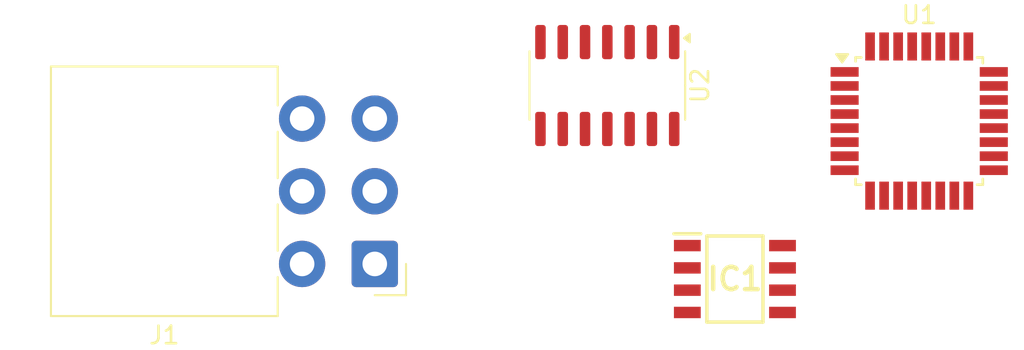
<source format=kicad_pcb>
(kicad_pcb (version 20240108) (generator "pcbnew") (generator_version "8.0")
  (layers (0 "F.Cu" signal) (31 "B.Cu" signal) (34 "B.Paste" user) (35 "F.Paste" user) (36 "B.SilkS" user "B.Silkscreen") (37 "F.SilkS" user "F.Silkscreen") (38 "B.Mask" user) (39 "F.Mask" user) (44 "Edge.Cuts" user))
  (net 0 "")
  (footprint "Package_QFP:TQFP-32_7x7mm_P0.8mm" (layer "F.Cu") (at 65 19.5)
    (property "Reference" "U1" (at 0 -6.05 0) (layer "F.SilkS"))
    (property "Value" "ATmega16M1-A")
    (fp_line (start -3.625 -3.625) (end -3.625 -3.4) (stroke (width 0.15)) (layer "F.SilkS"))
    (fp_line (start -3.625 -3.625) (end -3.3 -3.625) (stroke (width 0.15)) (layer "F.SilkS"))
    (fp_line (start -3.625 3.625) (end -3.625 3.3) (stroke (width 0.15)) (layer "F.SilkS"))
    (fp_line (start -3.625 3.625) (end -3.3 3.625) (stroke (width 0.15)) (layer "F.SilkS"))
    (fp_line (start 3.625 -3.625) (end 3.3 -3.625) (stroke (width 0.15)) (layer "F.SilkS"))
    (fp_line (start 3.625 -3.625) (end 3.625 -3.3) (stroke (width 0.15)) (layer "F.SilkS"))
    (fp_line (start 3.625 3.625) (end 3.3 3.625) (stroke (width 0.15)) (layer "F.SilkS"))
    (fp_line (start 3.625 3.625) (end 3.625 3.3) (stroke (width 0.15)) (layer "F.SilkS"))
    (fp_poly (pts (xy -4.39 -3.34) (xy -4.73 -3.81) (xy -4.05 -3.81) (xy -4.39 -3.34)) (stroke (width 0.12)) (fill solid) (layer "F.SilkS"))
    (pad "1" smd rect (at -4.25 -2.8) (size 1.6 0.55) (layers "F.Cu" "F.Paste" "F.Mask"))
    (pad "2" smd rect (at -4.25 -2) (size 1.6 0.55) (layers "F.Cu" "F.Paste" "F.Mask"))
    (pad "3" smd rect (at -4.25 -1.2) (size 1.6 0.55) (layers "F.Cu" "F.Paste" "F.Mask"))
    (pad "4" smd rect (at -4.25 -0.4) (size 1.6 0.55) (layers "F.Cu" "F.Paste" "F.Mask"))
    (pad "5" smd rect (at -4.25 0.4) (size 1.6 0.55) (layers "F.Cu" "F.Paste" "F.Mask"))
    (pad "6" smd rect (at -4.25 1.2) (size 1.6 0.55) (layers "F.Cu" "F.Paste" "F.Mask"))
    (pad "7" smd rect (at -4.25 2) (size 1.6 0.55) (layers "F.Cu" "F.Paste" "F.Mask"))
    (pad "8" smd rect (at -4.25 2.8) (size 1.6 0.55) (layers "F.Cu" "F.Paste" "F.Mask"))
    (pad "9" smd rect (at -2.8 4.25 90) (size 1.6 0.55) (layers "F.Cu" "F.Paste" "F.Mask"))
    (pad "10" smd rect (at -2 4.25 90) (size 1.6 0.55) (layers "F.Cu" "F.Paste" "F.Mask"))
    (pad "11" smd rect (at -1.2 4.25 90) (size 1.6 0.55) (layers "F.Cu" "F.Paste" "F.Mask"))
    (pad "12" smd rect (at -0.4 4.25 90) (size 1.6 0.55) (layers "F.Cu" "F.Paste" "F.Mask"))
    (pad "13" smd rect (at 0.4 4.25 90) (size 1.6 0.55) (layers "F.Cu" "F.Paste" "F.Mask"))
    (pad "14" smd rect (at 1.2 4.25 90) (size 1.6 0.55) (layers "F.Cu" "F.Paste" "F.Mask"))
    (pad "15" smd rect (at 2 4.25 90) (size 1.6 0.55) (layers "F.Cu" "F.Paste" "F.Mask"))
    (pad "16" smd rect (at 2.8 4.25 90) (size 1.6 0.55) (layers "F.Cu" "F.Paste" "F.Mask"))
    (pad "17" smd rect (at 4.25 2.8) (size 1.6 0.55) (layers "F.Cu" "F.Paste" "F.Mask"))
    (pad "18" smd rect (at 4.25 2) (size 1.6 0.55) (layers "F.Cu" "F.Paste" "F.Mask"))
    (pad "19" smd rect (at 4.25 1.2) (size 1.6 0.55) (layers "F.Cu" "F.Paste" "F.Mask"))
    (pad "20" smd rect (at 4.25 0.4) (size 1.6 0.55) (layers "F.Cu" "F.Paste" "F.Mask"))
    (pad "21" smd rect (at 4.25 -0.4) (size 1.6 0.55) (layers "F.Cu" "F.Paste" "F.Mask"))
    (pad "22" smd rect (at 4.25 -1.2) (size 1.6 0.55) (layers "F.Cu" "F.Paste" "F.Mask"))
    (pad "23" smd rect (at 4.25 -2) (size 1.6 0.55) (layers "F.Cu" "F.Paste" "F.Mask"))
    (pad "24" smd rect (at 4.25 -2.8) (size 1.6 0.55) (layers "F.Cu" "F.Paste" "F.Mask"))
    (pad "25" smd rect (at 2.8 -4.25 90) (size 1.6 0.55) (layers "F.Cu" "F.Paste" "F.Mask"))
    (pad "26" smd rect (at 2 -4.25 90) (size 1.6 0.55) (layers "F.Cu" "F.Paste" "F.Mask"))
    (pad "27" smd rect (at 1.2 -4.25 90) (size 1.6 0.55) (layers "F.Cu" "F.Paste" "F.Mask"))
    (pad "28" smd rect (at 0.4 -4.25 90) (size 1.6 0.55) (layers "F.Cu" "F.Paste" "F.Mask"))
    (pad "29" smd rect (at -0.4 -4.25 90) (size 1.6 0.55) (layers "F.Cu" "F.Paste" "F.Mask"))
    (pad "30" smd rect (at -1.2 -4.25 90) (size 1.6 0.55) (layers "F.Cu" "F.Paste" "F.Mask"))
    (pad "31" smd rect (at -2 -4.25 90) (size 1.6 0.55) (layers "F.Cu" "F.Paste" "F.Mask"))
    (pad "32" smd rect (at -2.8 -4.25 90) (size 1.6 0.55) (layers "F.Cu" "F.Paste" "F.Mask"))
  )
  (footprint "KiCad:SOIC127P600X175-8N" (layer "F.Cu") (at 54.5 28.5)
    (property "Reference" "IC1" (at 0 0 0) (layer "F.SilkS") (effects (font (size 1.27 1.27) (thickness 0.254))))
    (property "Value" "LM2931CM" (hide yes))
    (fp_line (start -3.475 -2.58) (end -1.948 -2.58) (stroke (width 0.2)) (layer "F.SilkS"))
    (fp_line (start -1.598 -2.452) (end 1.598 -2.452) (stroke (width 0.2)) (layer "F.SilkS"))
    (fp_line (start -1.598 2.452) (end -1.598 -2.452) (stroke (width 0.2)) (layer "F.SilkS"))
    (fp_line (start 1.598 -2.452) (end 1.598 2.452) (stroke (width 0.2)) (layer "F.SilkS"))
    (fp_line (start 1.598 2.452) (end -1.598 2.452) (stroke (width 0.2)) (layer "F.SilkS"))
    (pad "1" smd rect (at -2.711 -1.905 90) (size 0.65 1.528) (layers "F.Cu" "F.Paste" "F.Mask"))
    (pad "2" smd rect (at -2.711 -0.635 90) (size 0.65 1.528) (layers "F.Cu" "F.Paste" "F.Mask"))
    (pad "3" smd rect (at -2.711 0.635 90) (size 0.65 1.528) (layers "F.Cu" "F.Paste" "F.Mask"))
    (pad "4" smd rect (at -2.711 1.905 90) (size 0.65 1.528) (layers "F.Cu" "F.Paste" "F.Mask"))
    (pad "5" smd rect (at 2.711 1.905 90) (size 0.65 1.528) (layers "F.Cu" "F.Paste" "F.Mask"))
    (pad "6" smd rect (at 2.711 0.635 90) (size 0.65 1.528) (layers "F.Cu" "F.Paste" "F.Mask"))
    (pad "7" smd rect (at 2.711 -0.635 90) (size 0.65 1.528) (layers "F.Cu" "F.Paste" "F.Mask"))
    (pad "8" smd rect (at 2.711 -1.905 90) (size 0.65 1.528) (layers "F.Cu" "F.Paste" "F.Mask"))
  )
  (footprint "Connector_TE-Connectivity:TE_MATE-N-LOK_1-770969-x_2x03_P4.14mm_Horizontal" (layer "F.Cu") (at 33.98 27.64 180)
    (property "Reference" "J1" (at 11.99 -4.06 180) (layer "F.SilkS"))
    (property "Value" "Conn_02x03_Top_Bottom")
    (fp_line (start 18.45 11.25) (end 5.53 11.25) (stroke (width 0.12)) (layer "F.SilkS"))
    (fp_line (start 18.45 -2.97) (end 18.45 11.25) (stroke (width 0.12)) (layer "F.SilkS"))
    (fp_line (start 5.53 11.25) (end 5.53 9.031199) (stroke (width 0.12)) (layer "F.SilkS"))
    (fp_line (start 5.53 4.891199) (end 5.53 7.528801) (stroke (width 0.12)) (layer "F.SilkS"))
    (fp_line (start 5.53 0.751199) (end 5.53 3.388801) (stroke (width 0.12)) (layer "F.SilkS"))
    (fp_line (start 5.53 -0.751199) (end 5.53 -2.97) (stroke (width 0.12)) (layer "F.SilkS"))
    (fp_line (start 5.53 -2.97) (end 18.45 -2.97) (stroke (width 0.12)) (layer "F.SilkS"))
    (fp_line (start 0 -1.78) (end -1.78 -1.78) (stroke (width 0.12)) (layer "F.SilkS"))
    (fp_line (start -1.78 -1.78) (end -1.78 0) (stroke (width 0.12)) (layer "F.SilkS"))
    (pad "" np_thru_hole circle (at 11.48 4.14 180) (size 3.86 3.86) (drill 3.86) (layers "*.Cu" "*.Mask"))
    (pad "1" thru_hole roundrect (at 0 0 180) (size 2.64 2.64) (drill 1.4) (layers "*.Cu" "*.Mask") (roundrect_rratio 0.094697))
    (pad "2" thru_hole circle (at 0 4.14 180) (size 2.64 2.64) (drill 1.4) (layers "*.Cu" "*.Mask"))
    (pad "3" thru_hole circle (at 0 8.28 180) (size 2.64 2.64) (drill 1.4) (layers "*.Cu" "*.Mask"))
    (pad "4" thru_hole circle (at 4.14 0 180) (size 2.64 2.64) (drill 1.4) (layers "*.Cu" "*.Mask"))
    (pad "5" thru_hole circle (at 4.14 4.14 180) (size 2.64 2.64) (drill 1.4) (layers "*.Cu" "*.Mask"))
    (pad "6" thru_hole circle (at 4.14 8.28 180) (size 2.64 2.64) (drill 1.4) (layers "*.Cu" "*.Mask"))
  )
  (footprint "Package_SO:SOIC-14_3.9x8.7mm_P1.27mm" (layer "F.Cu") (at 47.23 17.475 -90)
    (property "Reference" "U2" (at 0 -5.28 90) (layer "F.SilkS"))
    (property "Value" "TJA1043T")
    (fp_line (start 0 4.435) (end -1.95 4.435) (stroke (width 0.12)) (layer "F.SilkS"))
    (fp_line (start 0 4.435) (end 1.95 4.435) (stroke (width 0.12)) (layer "F.SilkS"))
    (fp_line (start 0 -4.435) (end -1.95 -4.435) (stroke (width 0.12)) (layer "F.SilkS"))
    (fp_line (start 0 -4.435) (end 1.95 -4.435) (stroke (width 0.12)) (layer "F.SilkS"))
    (fp_poly (pts (xy -2.7 -4.37) (xy -2.94 -4.7) (xy -2.46 -4.7) (xy -2.7 -4.37)) (stroke (width 0.12)) (fill solid) (layer "F.SilkS"))
    (pad "1" smd roundrect (at -2.475 -3.81 270) (size 1.95 0.6) (layers "F.Cu" "F.Paste" "F.Mask"))
    (pad "2" smd roundrect (at -2.475 -2.54 270) (size 1.95 0.6) (layers "F.Cu" "F.Paste" "F.Mask"))
    (pad "3" smd roundrect (at -2.475 -1.27 270) (size 1.95 0.6) (layers "F.Cu" "F.Paste" "F.Mask"))
    (pad "4" smd roundrect (at -2.475 0 270) (size 1.95 0.6) (layers "F.Cu" "F.Paste" "F.Mask"))
    (pad "5" smd roundrect (at -2.475 1.27 270) (size 1.95 0.6) (layers "F.Cu" "F.Paste" "F.Mask"))
    (pad "6" smd roundrect (at -2.475 2.54 270) (size 1.95 0.6) (layers "F.Cu" "F.Paste" "F.Mask"))
    (pad "7" smd roundrect (at -2.475 3.81 270) (size 1.95 0.6) (layers "F.Cu" "F.Paste" "F.Mask"))
    (pad "8" smd roundrect (at 2.475 3.81 270) (size 1.95 0.6) (layers "F.Cu" "F.Paste" "F.Mask"))
    (pad "9" smd roundrect (at 2.475 2.54 270) (size 1.95 0.6) (layers "F.Cu" "F.Paste" "F.Mask"))
    (pad "10" smd roundrect (at 2.475 1.27 270) (size 1.95 0.6) (layers "F.Cu" "F.Paste" "F.Mask"))
    (pad "11" smd roundrect (at 2.475 0 270) (size 1.95 0.6) (layers "F.Cu" "F.Paste" "F.Mask"))
    (pad "12" smd roundrect (at 2.475 -1.27 270) (size 1.95 0.6) (layers "F.Cu" "F.Paste" "F.Mask"))
    (pad "13" smd roundrect (at 2.475 -2.54 270) (size 1.95 0.6) (layers "F.Cu" "F.Paste" "F.Mask"))
    (pad "14" smd roundrect (at 2.475 -3.81 270) (size 1.95 0.6) (layers "F.Cu" "F.Paste" "F.Mask"))
  )
)
</source>
